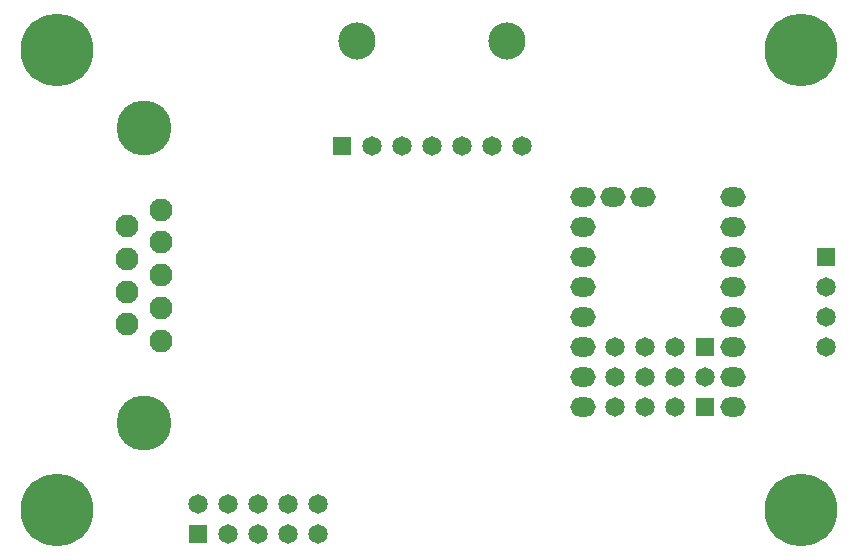
<source format=gbs>
G04*
G04 #@! TF.GenerationSoftware,Altium Limited,Altium Designer,20.0.13 (296)*
G04*
G04 Layer_Color=16711935*
%FSLAX25Y25*%
%MOIN*%
G70*
G01*
G75*
%ADD62C,0.18307*%
%ADD63C,0.07677*%
%ADD64C,0.06496*%
%ADD65R,0.06496X0.06496*%
%ADD66C,0.12402*%
%ADD67C,0.24213*%
%ADD68O,0.08465X0.06496*%
%ADD69O,0.08465X0.06496*%
%ADD70R,0.06496X0.06496*%
D62*
X44791Y143340D02*
D03*
Y44954D02*
D03*
D63*
X50381Y94147D02*
D03*
Y83242D02*
D03*
Y72336D02*
D03*
Y105053D02*
D03*
Y115958D02*
D03*
X39200Y99600D02*
D03*
Y110505D02*
D03*
Y88695D02*
D03*
Y77789D02*
D03*
D64*
X160900Y137200D02*
D03*
X150900D02*
D03*
X140900D02*
D03*
X130900D02*
D03*
X120900D02*
D03*
X170900D02*
D03*
X102900Y8000D02*
D03*
Y18000D02*
D03*
X82900D02*
D03*
Y8000D02*
D03*
X72900Y18000D02*
D03*
Y8000D02*
D03*
X62900Y18000D02*
D03*
X92900Y8000D02*
D03*
Y18000D02*
D03*
X211700Y60200D02*
D03*
Y70200D02*
D03*
X221700Y60200D02*
D03*
Y70200D02*
D03*
X231700Y60200D02*
D03*
X201700Y70200D02*
D03*
Y60200D02*
D03*
X221700Y50200D02*
D03*
X211700D02*
D03*
X201700D02*
D03*
X272200Y90300D02*
D03*
Y80300D02*
D03*
Y70300D02*
D03*
D65*
X110900Y137200D02*
D03*
X62900Y8000D02*
D03*
X231700Y70200D02*
D03*
Y50200D02*
D03*
D66*
X115900Y172200D02*
D03*
X165900D02*
D03*
D67*
X263779Y169291D02*
D03*
X15748D02*
D03*
X263779Y15748D02*
D03*
X15748D02*
D03*
D68*
X241200Y90200D02*
D03*
Y80200D02*
D03*
Y70200D02*
D03*
Y60200D02*
D03*
Y50200D02*
D03*
Y100200D02*
D03*
Y110200D02*
D03*
Y120200D02*
D03*
X191200D02*
D03*
Y110200D02*
D03*
Y100200D02*
D03*
Y50200D02*
D03*
Y60200D02*
D03*
Y70200D02*
D03*
Y80200D02*
D03*
Y90200D02*
D03*
D69*
X201200Y120200D02*
D03*
X211200D02*
D03*
D70*
X272200Y100300D02*
D03*
M02*

</source>
